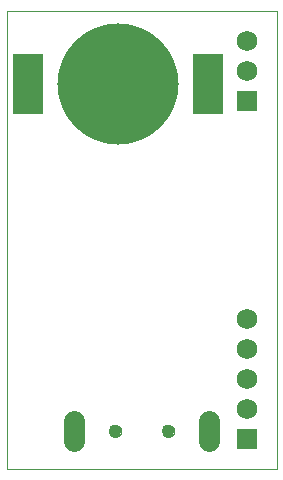
<source format=gbs>
G75*
%MOIN*%
%OFA0B0*%
%FSLAX25Y25*%
%IPPOS*%
%LPD*%
%AMOC8*
5,1,8,0,0,1.08239X$1,22.5*
%
%ADD10C,0.00000*%
%ADD11C,0.07000*%
%ADD12C,0.04337*%
%ADD13R,0.06900X0.06900*%
%ADD14C,0.06900*%
%ADD15C,0.40400*%
%ADD16R,0.10400X0.20400*%
D10*
X0022622Y0058041D02*
X0022622Y0210541D01*
X0112622Y0210541D01*
X0112622Y0058041D01*
X0022622Y0058041D01*
X0056795Y0070541D02*
X0056797Y0070629D01*
X0056803Y0070717D01*
X0056813Y0070805D01*
X0056827Y0070893D01*
X0056844Y0070979D01*
X0056866Y0071065D01*
X0056891Y0071149D01*
X0056921Y0071233D01*
X0056953Y0071315D01*
X0056990Y0071395D01*
X0057030Y0071474D01*
X0057074Y0071551D01*
X0057121Y0071626D01*
X0057171Y0071698D01*
X0057225Y0071769D01*
X0057281Y0071836D01*
X0057341Y0071902D01*
X0057403Y0071964D01*
X0057469Y0072024D01*
X0057536Y0072080D01*
X0057607Y0072134D01*
X0057679Y0072184D01*
X0057754Y0072231D01*
X0057831Y0072275D01*
X0057910Y0072315D01*
X0057990Y0072352D01*
X0058072Y0072384D01*
X0058156Y0072414D01*
X0058240Y0072439D01*
X0058326Y0072461D01*
X0058412Y0072478D01*
X0058500Y0072492D01*
X0058588Y0072502D01*
X0058676Y0072508D01*
X0058764Y0072510D01*
X0058852Y0072508D01*
X0058940Y0072502D01*
X0059028Y0072492D01*
X0059116Y0072478D01*
X0059202Y0072461D01*
X0059288Y0072439D01*
X0059372Y0072414D01*
X0059456Y0072384D01*
X0059538Y0072352D01*
X0059618Y0072315D01*
X0059697Y0072275D01*
X0059774Y0072231D01*
X0059849Y0072184D01*
X0059921Y0072134D01*
X0059992Y0072080D01*
X0060059Y0072024D01*
X0060125Y0071964D01*
X0060187Y0071902D01*
X0060247Y0071836D01*
X0060303Y0071769D01*
X0060357Y0071698D01*
X0060407Y0071626D01*
X0060454Y0071551D01*
X0060498Y0071474D01*
X0060538Y0071395D01*
X0060575Y0071315D01*
X0060607Y0071233D01*
X0060637Y0071149D01*
X0060662Y0071065D01*
X0060684Y0070979D01*
X0060701Y0070893D01*
X0060715Y0070805D01*
X0060725Y0070717D01*
X0060731Y0070629D01*
X0060733Y0070541D01*
X0060731Y0070453D01*
X0060725Y0070365D01*
X0060715Y0070277D01*
X0060701Y0070189D01*
X0060684Y0070103D01*
X0060662Y0070017D01*
X0060637Y0069933D01*
X0060607Y0069849D01*
X0060575Y0069767D01*
X0060538Y0069687D01*
X0060498Y0069608D01*
X0060454Y0069531D01*
X0060407Y0069456D01*
X0060357Y0069384D01*
X0060303Y0069313D01*
X0060247Y0069246D01*
X0060187Y0069180D01*
X0060125Y0069118D01*
X0060059Y0069058D01*
X0059992Y0069002D01*
X0059921Y0068948D01*
X0059849Y0068898D01*
X0059774Y0068851D01*
X0059697Y0068807D01*
X0059618Y0068767D01*
X0059538Y0068730D01*
X0059456Y0068698D01*
X0059372Y0068668D01*
X0059288Y0068643D01*
X0059202Y0068621D01*
X0059116Y0068604D01*
X0059028Y0068590D01*
X0058940Y0068580D01*
X0058852Y0068574D01*
X0058764Y0068572D01*
X0058676Y0068574D01*
X0058588Y0068580D01*
X0058500Y0068590D01*
X0058412Y0068604D01*
X0058326Y0068621D01*
X0058240Y0068643D01*
X0058156Y0068668D01*
X0058072Y0068698D01*
X0057990Y0068730D01*
X0057910Y0068767D01*
X0057831Y0068807D01*
X0057754Y0068851D01*
X0057679Y0068898D01*
X0057607Y0068948D01*
X0057536Y0069002D01*
X0057469Y0069058D01*
X0057403Y0069118D01*
X0057341Y0069180D01*
X0057281Y0069246D01*
X0057225Y0069313D01*
X0057171Y0069384D01*
X0057121Y0069456D01*
X0057074Y0069531D01*
X0057030Y0069608D01*
X0056990Y0069687D01*
X0056953Y0069767D01*
X0056921Y0069849D01*
X0056891Y0069933D01*
X0056866Y0070017D01*
X0056844Y0070103D01*
X0056827Y0070189D01*
X0056813Y0070277D01*
X0056803Y0070365D01*
X0056797Y0070453D01*
X0056795Y0070541D01*
X0074511Y0070541D02*
X0074513Y0070629D01*
X0074519Y0070717D01*
X0074529Y0070805D01*
X0074543Y0070893D01*
X0074560Y0070979D01*
X0074582Y0071065D01*
X0074607Y0071149D01*
X0074637Y0071233D01*
X0074669Y0071315D01*
X0074706Y0071395D01*
X0074746Y0071474D01*
X0074790Y0071551D01*
X0074837Y0071626D01*
X0074887Y0071698D01*
X0074941Y0071769D01*
X0074997Y0071836D01*
X0075057Y0071902D01*
X0075119Y0071964D01*
X0075185Y0072024D01*
X0075252Y0072080D01*
X0075323Y0072134D01*
X0075395Y0072184D01*
X0075470Y0072231D01*
X0075547Y0072275D01*
X0075626Y0072315D01*
X0075706Y0072352D01*
X0075788Y0072384D01*
X0075872Y0072414D01*
X0075956Y0072439D01*
X0076042Y0072461D01*
X0076128Y0072478D01*
X0076216Y0072492D01*
X0076304Y0072502D01*
X0076392Y0072508D01*
X0076480Y0072510D01*
X0076568Y0072508D01*
X0076656Y0072502D01*
X0076744Y0072492D01*
X0076832Y0072478D01*
X0076918Y0072461D01*
X0077004Y0072439D01*
X0077088Y0072414D01*
X0077172Y0072384D01*
X0077254Y0072352D01*
X0077334Y0072315D01*
X0077413Y0072275D01*
X0077490Y0072231D01*
X0077565Y0072184D01*
X0077637Y0072134D01*
X0077708Y0072080D01*
X0077775Y0072024D01*
X0077841Y0071964D01*
X0077903Y0071902D01*
X0077963Y0071836D01*
X0078019Y0071769D01*
X0078073Y0071698D01*
X0078123Y0071626D01*
X0078170Y0071551D01*
X0078214Y0071474D01*
X0078254Y0071395D01*
X0078291Y0071315D01*
X0078323Y0071233D01*
X0078353Y0071149D01*
X0078378Y0071065D01*
X0078400Y0070979D01*
X0078417Y0070893D01*
X0078431Y0070805D01*
X0078441Y0070717D01*
X0078447Y0070629D01*
X0078449Y0070541D01*
X0078447Y0070453D01*
X0078441Y0070365D01*
X0078431Y0070277D01*
X0078417Y0070189D01*
X0078400Y0070103D01*
X0078378Y0070017D01*
X0078353Y0069933D01*
X0078323Y0069849D01*
X0078291Y0069767D01*
X0078254Y0069687D01*
X0078214Y0069608D01*
X0078170Y0069531D01*
X0078123Y0069456D01*
X0078073Y0069384D01*
X0078019Y0069313D01*
X0077963Y0069246D01*
X0077903Y0069180D01*
X0077841Y0069118D01*
X0077775Y0069058D01*
X0077708Y0069002D01*
X0077637Y0068948D01*
X0077565Y0068898D01*
X0077490Y0068851D01*
X0077413Y0068807D01*
X0077334Y0068767D01*
X0077254Y0068730D01*
X0077172Y0068698D01*
X0077088Y0068668D01*
X0077004Y0068643D01*
X0076918Y0068621D01*
X0076832Y0068604D01*
X0076744Y0068590D01*
X0076656Y0068580D01*
X0076568Y0068574D01*
X0076480Y0068572D01*
X0076392Y0068574D01*
X0076304Y0068580D01*
X0076216Y0068590D01*
X0076128Y0068604D01*
X0076042Y0068621D01*
X0075956Y0068643D01*
X0075872Y0068668D01*
X0075788Y0068698D01*
X0075706Y0068730D01*
X0075626Y0068767D01*
X0075547Y0068807D01*
X0075470Y0068851D01*
X0075395Y0068898D01*
X0075323Y0068948D01*
X0075252Y0069002D01*
X0075185Y0069058D01*
X0075119Y0069118D01*
X0075057Y0069180D01*
X0074997Y0069246D01*
X0074941Y0069313D01*
X0074887Y0069384D01*
X0074837Y0069456D01*
X0074790Y0069531D01*
X0074746Y0069608D01*
X0074706Y0069687D01*
X0074669Y0069767D01*
X0074637Y0069849D01*
X0074607Y0069933D01*
X0074582Y0070017D01*
X0074560Y0070103D01*
X0074543Y0070189D01*
X0074529Y0070277D01*
X0074519Y0070365D01*
X0074513Y0070453D01*
X0074511Y0070541D01*
D11*
X0090063Y0067241D02*
X0090063Y0073841D01*
X0045181Y0073841D02*
X0045181Y0067241D01*
D12*
X0058764Y0070541D03*
X0076480Y0070541D03*
D13*
X0102622Y0068041D03*
X0102622Y0180541D03*
D14*
X0102622Y0190541D03*
X0102622Y0200541D03*
X0102622Y0108041D03*
X0102622Y0098041D03*
X0102622Y0088041D03*
X0102622Y0078041D03*
D15*
X0059810Y0186166D03*
D16*
X0089810Y0186166D03*
X0029810Y0186166D03*
M02*

</source>
